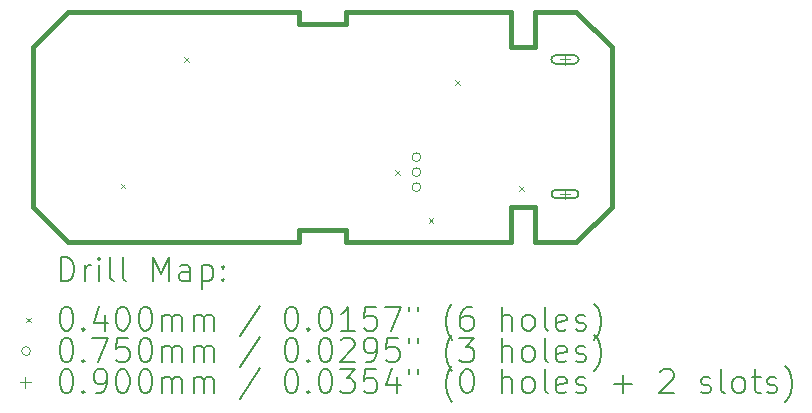
<source format=gbr>
%FSLAX45Y45*%
G04 Gerber Fmt 4.5, Leading zero omitted, Abs format (unit mm)*
G04 Created by KiCad (PCBNEW 6.0.1-79c1e3a40b~116~ubuntu20.04.1) date 2022-01-19 17:35:38*
%MOMM*%
%LPD*%
G01*
G04 APERTURE LIST*
%TA.AperFunction,Profile*%
%ADD10C,0.400000*%
%TD*%
%ADD11C,0.200000*%
%ADD12C,0.040000*%
%ADD13C,0.075000*%
%ADD14C,0.090000*%
G04 APERTURE END LIST*
D10*
X14150000Y-6925000D02*
X14150000Y-7225000D01*
X9900000Y-7225000D02*
X10200000Y-6925000D01*
X13950000Y-8575000D02*
X13950000Y-8875000D01*
X13950000Y-8575000D02*
X14150000Y-8575000D01*
X12550000Y-6925000D02*
X12550000Y-7030000D01*
X12550000Y-8770000D02*
X12150000Y-8770000D01*
X9900000Y-8575000D02*
X10200000Y-8875000D01*
X14500000Y-6925000D02*
X14800000Y-7225000D01*
X12550000Y-8875000D02*
X12550000Y-8770000D01*
X10200000Y-6925000D02*
X12150000Y-6925000D01*
X12550000Y-6925000D02*
X13950000Y-6925000D01*
X14150000Y-6925000D02*
X14500000Y-6925000D01*
X13950000Y-7225000D02*
X14150000Y-7225000D01*
X12150000Y-8875000D02*
X12150000Y-8770000D01*
X10200000Y-8875000D02*
X12150000Y-8875000D01*
X14150000Y-8575000D02*
X14150000Y-8875000D01*
X14800000Y-7225000D02*
X14800000Y-8575000D01*
X14500000Y-8875000D02*
X14800000Y-8575000D01*
X12550000Y-8875000D02*
X13950000Y-8875000D01*
X9900000Y-7225000D02*
X9900000Y-8575000D01*
X14150000Y-8875000D02*
X14500000Y-8875000D01*
X12150000Y-6925000D02*
X12150000Y-7030000D01*
X13950000Y-6925000D02*
X13950000Y-7225000D01*
X12150000Y-7030000D02*
X12550000Y-7030000D01*
D11*
D12*
X10642000Y-8381000D02*
X10682000Y-8421000D01*
X10682000Y-8381000D02*
X10642000Y-8421000D01*
X11178000Y-7310000D02*
X11218000Y-7350000D01*
X11218000Y-7310000D02*
X11178000Y-7350000D01*
X12970000Y-8264000D02*
X13010000Y-8304000D01*
X13010000Y-8264000D02*
X12970000Y-8304000D01*
X13250000Y-8671000D02*
X13290000Y-8711000D01*
X13290000Y-8671000D02*
X13250000Y-8711000D01*
X13475000Y-7502000D02*
X13515000Y-7542000D01*
X13515000Y-7502000D02*
X13475000Y-7542000D01*
X14016000Y-8404000D02*
X14056000Y-8444000D01*
X14056000Y-8404000D02*
X14016000Y-8444000D01*
D13*
X13184500Y-8157000D02*
G75*
G03*
X13184500Y-8157000I-37500J0D01*
G01*
X13184500Y-8284000D02*
G75*
G03*
X13184500Y-8284000I-37500J0D01*
G01*
X13184500Y-8411000D02*
G75*
G03*
X13184500Y-8411000I-37500J0D01*
G01*
D14*
X14405000Y-7284850D02*
X14405000Y-7374850D01*
X14360000Y-7329850D02*
X14450000Y-7329850D01*
D11*
X14325000Y-7364850D02*
X14485000Y-7364850D01*
X14325000Y-7294850D02*
X14485000Y-7294850D01*
X14485000Y-7364850D02*
G75*
G03*
X14485000Y-7294850I0J35000D01*
G01*
X14325000Y-7294850D02*
G75*
G03*
X14325000Y-7364850I0J-35000D01*
G01*
D14*
X14405000Y-8424850D02*
X14405000Y-8514850D01*
X14360000Y-8469850D02*
X14450000Y-8469850D01*
D11*
X14325000Y-8504850D02*
X14485000Y-8504850D01*
X14325000Y-8434850D02*
X14485000Y-8434850D01*
X14485000Y-8504850D02*
G75*
G03*
X14485000Y-8434850I0J35000D01*
G01*
X14325000Y-8434850D02*
G75*
G03*
X14325000Y-8504850I0J-35000D01*
G01*
X10137619Y-9205476D02*
X10137619Y-9005476D01*
X10185238Y-9005476D01*
X10213810Y-9015000D01*
X10232857Y-9034048D01*
X10242381Y-9053095D01*
X10251905Y-9091190D01*
X10251905Y-9119762D01*
X10242381Y-9157857D01*
X10232857Y-9176905D01*
X10213810Y-9195952D01*
X10185238Y-9205476D01*
X10137619Y-9205476D01*
X10337619Y-9205476D02*
X10337619Y-9072143D01*
X10337619Y-9110238D02*
X10347143Y-9091190D01*
X10356667Y-9081667D01*
X10375714Y-9072143D01*
X10394762Y-9072143D01*
X10461429Y-9205476D02*
X10461429Y-9072143D01*
X10461429Y-9005476D02*
X10451905Y-9015000D01*
X10461429Y-9024524D01*
X10470952Y-9015000D01*
X10461429Y-9005476D01*
X10461429Y-9024524D01*
X10585238Y-9205476D02*
X10566190Y-9195952D01*
X10556667Y-9176905D01*
X10556667Y-9005476D01*
X10690000Y-9205476D02*
X10670952Y-9195952D01*
X10661429Y-9176905D01*
X10661429Y-9005476D01*
X10918571Y-9205476D02*
X10918571Y-9005476D01*
X10985238Y-9148333D01*
X11051905Y-9005476D01*
X11051905Y-9205476D01*
X11232857Y-9205476D02*
X11232857Y-9100714D01*
X11223333Y-9081667D01*
X11204286Y-9072143D01*
X11166190Y-9072143D01*
X11147143Y-9081667D01*
X11232857Y-9195952D02*
X11213809Y-9205476D01*
X11166190Y-9205476D01*
X11147143Y-9195952D01*
X11137619Y-9176905D01*
X11137619Y-9157857D01*
X11147143Y-9138810D01*
X11166190Y-9129286D01*
X11213809Y-9129286D01*
X11232857Y-9119762D01*
X11328095Y-9072143D02*
X11328095Y-9272143D01*
X11328095Y-9081667D02*
X11347143Y-9072143D01*
X11385238Y-9072143D01*
X11404286Y-9081667D01*
X11413809Y-9091190D01*
X11423333Y-9110238D01*
X11423333Y-9167381D01*
X11413809Y-9186429D01*
X11404286Y-9195952D01*
X11385238Y-9205476D01*
X11347143Y-9205476D01*
X11328095Y-9195952D01*
X11509048Y-9186429D02*
X11518571Y-9195952D01*
X11509048Y-9205476D01*
X11499524Y-9195952D01*
X11509048Y-9186429D01*
X11509048Y-9205476D01*
X11509048Y-9081667D02*
X11518571Y-9091190D01*
X11509048Y-9100714D01*
X11499524Y-9091190D01*
X11509048Y-9081667D01*
X11509048Y-9100714D01*
D12*
X9840000Y-9515000D02*
X9880000Y-9555000D01*
X9880000Y-9515000D02*
X9840000Y-9555000D01*
D11*
X10175714Y-9425476D02*
X10194762Y-9425476D01*
X10213810Y-9435000D01*
X10223333Y-9444524D01*
X10232857Y-9463571D01*
X10242381Y-9501667D01*
X10242381Y-9549286D01*
X10232857Y-9587381D01*
X10223333Y-9606429D01*
X10213810Y-9615952D01*
X10194762Y-9625476D01*
X10175714Y-9625476D01*
X10156667Y-9615952D01*
X10147143Y-9606429D01*
X10137619Y-9587381D01*
X10128095Y-9549286D01*
X10128095Y-9501667D01*
X10137619Y-9463571D01*
X10147143Y-9444524D01*
X10156667Y-9435000D01*
X10175714Y-9425476D01*
X10328095Y-9606429D02*
X10337619Y-9615952D01*
X10328095Y-9625476D01*
X10318571Y-9615952D01*
X10328095Y-9606429D01*
X10328095Y-9625476D01*
X10509048Y-9492143D02*
X10509048Y-9625476D01*
X10461429Y-9415952D02*
X10413810Y-9558810D01*
X10537619Y-9558810D01*
X10651905Y-9425476D02*
X10670952Y-9425476D01*
X10690000Y-9435000D01*
X10699524Y-9444524D01*
X10709048Y-9463571D01*
X10718571Y-9501667D01*
X10718571Y-9549286D01*
X10709048Y-9587381D01*
X10699524Y-9606429D01*
X10690000Y-9615952D01*
X10670952Y-9625476D01*
X10651905Y-9625476D01*
X10632857Y-9615952D01*
X10623333Y-9606429D01*
X10613810Y-9587381D01*
X10604286Y-9549286D01*
X10604286Y-9501667D01*
X10613810Y-9463571D01*
X10623333Y-9444524D01*
X10632857Y-9435000D01*
X10651905Y-9425476D01*
X10842381Y-9425476D02*
X10861429Y-9425476D01*
X10880476Y-9435000D01*
X10890000Y-9444524D01*
X10899524Y-9463571D01*
X10909048Y-9501667D01*
X10909048Y-9549286D01*
X10899524Y-9587381D01*
X10890000Y-9606429D01*
X10880476Y-9615952D01*
X10861429Y-9625476D01*
X10842381Y-9625476D01*
X10823333Y-9615952D01*
X10813810Y-9606429D01*
X10804286Y-9587381D01*
X10794762Y-9549286D01*
X10794762Y-9501667D01*
X10804286Y-9463571D01*
X10813810Y-9444524D01*
X10823333Y-9435000D01*
X10842381Y-9425476D01*
X10994762Y-9625476D02*
X10994762Y-9492143D01*
X10994762Y-9511190D02*
X11004286Y-9501667D01*
X11023333Y-9492143D01*
X11051905Y-9492143D01*
X11070952Y-9501667D01*
X11080476Y-9520714D01*
X11080476Y-9625476D01*
X11080476Y-9520714D02*
X11090000Y-9501667D01*
X11109048Y-9492143D01*
X11137619Y-9492143D01*
X11156667Y-9501667D01*
X11166190Y-9520714D01*
X11166190Y-9625476D01*
X11261428Y-9625476D02*
X11261428Y-9492143D01*
X11261428Y-9511190D02*
X11270952Y-9501667D01*
X11290000Y-9492143D01*
X11318571Y-9492143D01*
X11337619Y-9501667D01*
X11347143Y-9520714D01*
X11347143Y-9625476D01*
X11347143Y-9520714D02*
X11356667Y-9501667D01*
X11375714Y-9492143D01*
X11404286Y-9492143D01*
X11423333Y-9501667D01*
X11432857Y-9520714D01*
X11432857Y-9625476D01*
X11823333Y-9415952D02*
X11651905Y-9673095D01*
X12080476Y-9425476D02*
X12099524Y-9425476D01*
X12118571Y-9435000D01*
X12128095Y-9444524D01*
X12137619Y-9463571D01*
X12147143Y-9501667D01*
X12147143Y-9549286D01*
X12137619Y-9587381D01*
X12128095Y-9606429D01*
X12118571Y-9615952D01*
X12099524Y-9625476D01*
X12080476Y-9625476D01*
X12061428Y-9615952D01*
X12051905Y-9606429D01*
X12042381Y-9587381D01*
X12032857Y-9549286D01*
X12032857Y-9501667D01*
X12042381Y-9463571D01*
X12051905Y-9444524D01*
X12061428Y-9435000D01*
X12080476Y-9425476D01*
X12232857Y-9606429D02*
X12242381Y-9615952D01*
X12232857Y-9625476D01*
X12223333Y-9615952D01*
X12232857Y-9606429D01*
X12232857Y-9625476D01*
X12366190Y-9425476D02*
X12385238Y-9425476D01*
X12404286Y-9435000D01*
X12413809Y-9444524D01*
X12423333Y-9463571D01*
X12432857Y-9501667D01*
X12432857Y-9549286D01*
X12423333Y-9587381D01*
X12413809Y-9606429D01*
X12404286Y-9615952D01*
X12385238Y-9625476D01*
X12366190Y-9625476D01*
X12347143Y-9615952D01*
X12337619Y-9606429D01*
X12328095Y-9587381D01*
X12318571Y-9549286D01*
X12318571Y-9501667D01*
X12328095Y-9463571D01*
X12337619Y-9444524D01*
X12347143Y-9435000D01*
X12366190Y-9425476D01*
X12623333Y-9625476D02*
X12509048Y-9625476D01*
X12566190Y-9625476D02*
X12566190Y-9425476D01*
X12547143Y-9454048D01*
X12528095Y-9473095D01*
X12509048Y-9482619D01*
X12804286Y-9425476D02*
X12709048Y-9425476D01*
X12699524Y-9520714D01*
X12709048Y-9511190D01*
X12728095Y-9501667D01*
X12775714Y-9501667D01*
X12794762Y-9511190D01*
X12804286Y-9520714D01*
X12813809Y-9539762D01*
X12813809Y-9587381D01*
X12804286Y-9606429D01*
X12794762Y-9615952D01*
X12775714Y-9625476D01*
X12728095Y-9625476D01*
X12709048Y-9615952D01*
X12699524Y-9606429D01*
X12880476Y-9425476D02*
X13013809Y-9425476D01*
X12928095Y-9625476D01*
X13080476Y-9425476D02*
X13080476Y-9463571D01*
X13156667Y-9425476D02*
X13156667Y-9463571D01*
X13451905Y-9701667D02*
X13442381Y-9692143D01*
X13423333Y-9663571D01*
X13413809Y-9644524D01*
X13404286Y-9615952D01*
X13394762Y-9568333D01*
X13394762Y-9530238D01*
X13404286Y-9482619D01*
X13413809Y-9454048D01*
X13423333Y-9435000D01*
X13442381Y-9406429D01*
X13451905Y-9396905D01*
X13613809Y-9425476D02*
X13575714Y-9425476D01*
X13556667Y-9435000D01*
X13547143Y-9444524D01*
X13528095Y-9473095D01*
X13518571Y-9511190D01*
X13518571Y-9587381D01*
X13528095Y-9606429D01*
X13537619Y-9615952D01*
X13556667Y-9625476D01*
X13594762Y-9625476D01*
X13613809Y-9615952D01*
X13623333Y-9606429D01*
X13632857Y-9587381D01*
X13632857Y-9539762D01*
X13623333Y-9520714D01*
X13613809Y-9511190D01*
X13594762Y-9501667D01*
X13556667Y-9501667D01*
X13537619Y-9511190D01*
X13528095Y-9520714D01*
X13518571Y-9539762D01*
X13870952Y-9625476D02*
X13870952Y-9425476D01*
X13956667Y-9625476D02*
X13956667Y-9520714D01*
X13947143Y-9501667D01*
X13928095Y-9492143D01*
X13899524Y-9492143D01*
X13880476Y-9501667D01*
X13870952Y-9511190D01*
X14080476Y-9625476D02*
X14061428Y-9615952D01*
X14051905Y-9606429D01*
X14042381Y-9587381D01*
X14042381Y-9530238D01*
X14051905Y-9511190D01*
X14061428Y-9501667D01*
X14080476Y-9492143D01*
X14109048Y-9492143D01*
X14128095Y-9501667D01*
X14137619Y-9511190D01*
X14147143Y-9530238D01*
X14147143Y-9587381D01*
X14137619Y-9606429D01*
X14128095Y-9615952D01*
X14109048Y-9625476D01*
X14080476Y-9625476D01*
X14261428Y-9625476D02*
X14242381Y-9615952D01*
X14232857Y-9596905D01*
X14232857Y-9425476D01*
X14413809Y-9615952D02*
X14394762Y-9625476D01*
X14356667Y-9625476D01*
X14337619Y-9615952D01*
X14328095Y-9596905D01*
X14328095Y-9520714D01*
X14337619Y-9501667D01*
X14356667Y-9492143D01*
X14394762Y-9492143D01*
X14413809Y-9501667D01*
X14423333Y-9520714D01*
X14423333Y-9539762D01*
X14328095Y-9558810D01*
X14499524Y-9615952D02*
X14518571Y-9625476D01*
X14556667Y-9625476D01*
X14575714Y-9615952D01*
X14585238Y-9596905D01*
X14585238Y-9587381D01*
X14575714Y-9568333D01*
X14556667Y-9558810D01*
X14528095Y-9558810D01*
X14509048Y-9549286D01*
X14499524Y-9530238D01*
X14499524Y-9520714D01*
X14509048Y-9501667D01*
X14528095Y-9492143D01*
X14556667Y-9492143D01*
X14575714Y-9501667D01*
X14651905Y-9701667D02*
X14661428Y-9692143D01*
X14680476Y-9663571D01*
X14690000Y-9644524D01*
X14699524Y-9615952D01*
X14709048Y-9568333D01*
X14709048Y-9530238D01*
X14699524Y-9482619D01*
X14690000Y-9454048D01*
X14680476Y-9435000D01*
X14661428Y-9406429D01*
X14651905Y-9396905D01*
D13*
X9880000Y-9799000D02*
G75*
G03*
X9880000Y-9799000I-37500J0D01*
G01*
D11*
X10175714Y-9689476D02*
X10194762Y-9689476D01*
X10213810Y-9699000D01*
X10223333Y-9708524D01*
X10232857Y-9727571D01*
X10242381Y-9765667D01*
X10242381Y-9813286D01*
X10232857Y-9851381D01*
X10223333Y-9870429D01*
X10213810Y-9879952D01*
X10194762Y-9889476D01*
X10175714Y-9889476D01*
X10156667Y-9879952D01*
X10147143Y-9870429D01*
X10137619Y-9851381D01*
X10128095Y-9813286D01*
X10128095Y-9765667D01*
X10137619Y-9727571D01*
X10147143Y-9708524D01*
X10156667Y-9699000D01*
X10175714Y-9689476D01*
X10328095Y-9870429D02*
X10337619Y-9879952D01*
X10328095Y-9889476D01*
X10318571Y-9879952D01*
X10328095Y-9870429D01*
X10328095Y-9889476D01*
X10404286Y-9689476D02*
X10537619Y-9689476D01*
X10451905Y-9889476D01*
X10709048Y-9689476D02*
X10613810Y-9689476D01*
X10604286Y-9784714D01*
X10613810Y-9775190D01*
X10632857Y-9765667D01*
X10680476Y-9765667D01*
X10699524Y-9775190D01*
X10709048Y-9784714D01*
X10718571Y-9803762D01*
X10718571Y-9851381D01*
X10709048Y-9870429D01*
X10699524Y-9879952D01*
X10680476Y-9889476D01*
X10632857Y-9889476D01*
X10613810Y-9879952D01*
X10604286Y-9870429D01*
X10842381Y-9689476D02*
X10861429Y-9689476D01*
X10880476Y-9699000D01*
X10890000Y-9708524D01*
X10899524Y-9727571D01*
X10909048Y-9765667D01*
X10909048Y-9813286D01*
X10899524Y-9851381D01*
X10890000Y-9870429D01*
X10880476Y-9879952D01*
X10861429Y-9889476D01*
X10842381Y-9889476D01*
X10823333Y-9879952D01*
X10813810Y-9870429D01*
X10804286Y-9851381D01*
X10794762Y-9813286D01*
X10794762Y-9765667D01*
X10804286Y-9727571D01*
X10813810Y-9708524D01*
X10823333Y-9699000D01*
X10842381Y-9689476D01*
X10994762Y-9889476D02*
X10994762Y-9756143D01*
X10994762Y-9775190D02*
X11004286Y-9765667D01*
X11023333Y-9756143D01*
X11051905Y-9756143D01*
X11070952Y-9765667D01*
X11080476Y-9784714D01*
X11080476Y-9889476D01*
X11080476Y-9784714D02*
X11090000Y-9765667D01*
X11109048Y-9756143D01*
X11137619Y-9756143D01*
X11156667Y-9765667D01*
X11166190Y-9784714D01*
X11166190Y-9889476D01*
X11261428Y-9889476D02*
X11261428Y-9756143D01*
X11261428Y-9775190D02*
X11270952Y-9765667D01*
X11290000Y-9756143D01*
X11318571Y-9756143D01*
X11337619Y-9765667D01*
X11347143Y-9784714D01*
X11347143Y-9889476D01*
X11347143Y-9784714D02*
X11356667Y-9765667D01*
X11375714Y-9756143D01*
X11404286Y-9756143D01*
X11423333Y-9765667D01*
X11432857Y-9784714D01*
X11432857Y-9889476D01*
X11823333Y-9679952D02*
X11651905Y-9937095D01*
X12080476Y-9689476D02*
X12099524Y-9689476D01*
X12118571Y-9699000D01*
X12128095Y-9708524D01*
X12137619Y-9727571D01*
X12147143Y-9765667D01*
X12147143Y-9813286D01*
X12137619Y-9851381D01*
X12128095Y-9870429D01*
X12118571Y-9879952D01*
X12099524Y-9889476D01*
X12080476Y-9889476D01*
X12061428Y-9879952D01*
X12051905Y-9870429D01*
X12042381Y-9851381D01*
X12032857Y-9813286D01*
X12032857Y-9765667D01*
X12042381Y-9727571D01*
X12051905Y-9708524D01*
X12061428Y-9699000D01*
X12080476Y-9689476D01*
X12232857Y-9870429D02*
X12242381Y-9879952D01*
X12232857Y-9889476D01*
X12223333Y-9879952D01*
X12232857Y-9870429D01*
X12232857Y-9889476D01*
X12366190Y-9689476D02*
X12385238Y-9689476D01*
X12404286Y-9699000D01*
X12413809Y-9708524D01*
X12423333Y-9727571D01*
X12432857Y-9765667D01*
X12432857Y-9813286D01*
X12423333Y-9851381D01*
X12413809Y-9870429D01*
X12404286Y-9879952D01*
X12385238Y-9889476D01*
X12366190Y-9889476D01*
X12347143Y-9879952D01*
X12337619Y-9870429D01*
X12328095Y-9851381D01*
X12318571Y-9813286D01*
X12318571Y-9765667D01*
X12328095Y-9727571D01*
X12337619Y-9708524D01*
X12347143Y-9699000D01*
X12366190Y-9689476D01*
X12509048Y-9708524D02*
X12518571Y-9699000D01*
X12537619Y-9689476D01*
X12585238Y-9689476D01*
X12604286Y-9699000D01*
X12613809Y-9708524D01*
X12623333Y-9727571D01*
X12623333Y-9746619D01*
X12613809Y-9775190D01*
X12499524Y-9889476D01*
X12623333Y-9889476D01*
X12718571Y-9889476D02*
X12756667Y-9889476D01*
X12775714Y-9879952D01*
X12785238Y-9870429D01*
X12804286Y-9841857D01*
X12813809Y-9803762D01*
X12813809Y-9727571D01*
X12804286Y-9708524D01*
X12794762Y-9699000D01*
X12775714Y-9689476D01*
X12737619Y-9689476D01*
X12718571Y-9699000D01*
X12709048Y-9708524D01*
X12699524Y-9727571D01*
X12699524Y-9775190D01*
X12709048Y-9794238D01*
X12718571Y-9803762D01*
X12737619Y-9813286D01*
X12775714Y-9813286D01*
X12794762Y-9803762D01*
X12804286Y-9794238D01*
X12813809Y-9775190D01*
X12994762Y-9689476D02*
X12899524Y-9689476D01*
X12890000Y-9784714D01*
X12899524Y-9775190D01*
X12918571Y-9765667D01*
X12966190Y-9765667D01*
X12985238Y-9775190D01*
X12994762Y-9784714D01*
X13004286Y-9803762D01*
X13004286Y-9851381D01*
X12994762Y-9870429D01*
X12985238Y-9879952D01*
X12966190Y-9889476D01*
X12918571Y-9889476D01*
X12899524Y-9879952D01*
X12890000Y-9870429D01*
X13080476Y-9689476D02*
X13080476Y-9727571D01*
X13156667Y-9689476D02*
X13156667Y-9727571D01*
X13451905Y-9965667D02*
X13442381Y-9956143D01*
X13423333Y-9927571D01*
X13413809Y-9908524D01*
X13404286Y-9879952D01*
X13394762Y-9832333D01*
X13394762Y-9794238D01*
X13404286Y-9746619D01*
X13413809Y-9718048D01*
X13423333Y-9699000D01*
X13442381Y-9670429D01*
X13451905Y-9660905D01*
X13509048Y-9689476D02*
X13632857Y-9689476D01*
X13566190Y-9765667D01*
X13594762Y-9765667D01*
X13613809Y-9775190D01*
X13623333Y-9784714D01*
X13632857Y-9803762D01*
X13632857Y-9851381D01*
X13623333Y-9870429D01*
X13613809Y-9879952D01*
X13594762Y-9889476D01*
X13537619Y-9889476D01*
X13518571Y-9879952D01*
X13509048Y-9870429D01*
X13870952Y-9889476D02*
X13870952Y-9689476D01*
X13956667Y-9889476D02*
X13956667Y-9784714D01*
X13947143Y-9765667D01*
X13928095Y-9756143D01*
X13899524Y-9756143D01*
X13880476Y-9765667D01*
X13870952Y-9775190D01*
X14080476Y-9889476D02*
X14061428Y-9879952D01*
X14051905Y-9870429D01*
X14042381Y-9851381D01*
X14042381Y-9794238D01*
X14051905Y-9775190D01*
X14061428Y-9765667D01*
X14080476Y-9756143D01*
X14109048Y-9756143D01*
X14128095Y-9765667D01*
X14137619Y-9775190D01*
X14147143Y-9794238D01*
X14147143Y-9851381D01*
X14137619Y-9870429D01*
X14128095Y-9879952D01*
X14109048Y-9889476D01*
X14080476Y-9889476D01*
X14261428Y-9889476D02*
X14242381Y-9879952D01*
X14232857Y-9860905D01*
X14232857Y-9689476D01*
X14413809Y-9879952D02*
X14394762Y-9889476D01*
X14356667Y-9889476D01*
X14337619Y-9879952D01*
X14328095Y-9860905D01*
X14328095Y-9784714D01*
X14337619Y-9765667D01*
X14356667Y-9756143D01*
X14394762Y-9756143D01*
X14413809Y-9765667D01*
X14423333Y-9784714D01*
X14423333Y-9803762D01*
X14328095Y-9822810D01*
X14499524Y-9879952D02*
X14518571Y-9889476D01*
X14556667Y-9889476D01*
X14575714Y-9879952D01*
X14585238Y-9860905D01*
X14585238Y-9851381D01*
X14575714Y-9832333D01*
X14556667Y-9822810D01*
X14528095Y-9822810D01*
X14509048Y-9813286D01*
X14499524Y-9794238D01*
X14499524Y-9784714D01*
X14509048Y-9765667D01*
X14528095Y-9756143D01*
X14556667Y-9756143D01*
X14575714Y-9765667D01*
X14651905Y-9965667D02*
X14661428Y-9956143D01*
X14680476Y-9927571D01*
X14690000Y-9908524D01*
X14699524Y-9879952D01*
X14709048Y-9832333D01*
X14709048Y-9794238D01*
X14699524Y-9746619D01*
X14690000Y-9718048D01*
X14680476Y-9699000D01*
X14661428Y-9670429D01*
X14651905Y-9660905D01*
D14*
X9835000Y-10018000D02*
X9835000Y-10108000D01*
X9790000Y-10063000D02*
X9880000Y-10063000D01*
D11*
X10175714Y-9953476D02*
X10194762Y-9953476D01*
X10213810Y-9963000D01*
X10223333Y-9972524D01*
X10232857Y-9991571D01*
X10242381Y-10029667D01*
X10242381Y-10077286D01*
X10232857Y-10115381D01*
X10223333Y-10134429D01*
X10213810Y-10143952D01*
X10194762Y-10153476D01*
X10175714Y-10153476D01*
X10156667Y-10143952D01*
X10147143Y-10134429D01*
X10137619Y-10115381D01*
X10128095Y-10077286D01*
X10128095Y-10029667D01*
X10137619Y-9991571D01*
X10147143Y-9972524D01*
X10156667Y-9963000D01*
X10175714Y-9953476D01*
X10328095Y-10134429D02*
X10337619Y-10143952D01*
X10328095Y-10153476D01*
X10318571Y-10143952D01*
X10328095Y-10134429D01*
X10328095Y-10153476D01*
X10432857Y-10153476D02*
X10470952Y-10153476D01*
X10490000Y-10143952D01*
X10499524Y-10134429D01*
X10518571Y-10105857D01*
X10528095Y-10067762D01*
X10528095Y-9991571D01*
X10518571Y-9972524D01*
X10509048Y-9963000D01*
X10490000Y-9953476D01*
X10451905Y-9953476D01*
X10432857Y-9963000D01*
X10423333Y-9972524D01*
X10413810Y-9991571D01*
X10413810Y-10039190D01*
X10423333Y-10058238D01*
X10432857Y-10067762D01*
X10451905Y-10077286D01*
X10490000Y-10077286D01*
X10509048Y-10067762D01*
X10518571Y-10058238D01*
X10528095Y-10039190D01*
X10651905Y-9953476D02*
X10670952Y-9953476D01*
X10690000Y-9963000D01*
X10699524Y-9972524D01*
X10709048Y-9991571D01*
X10718571Y-10029667D01*
X10718571Y-10077286D01*
X10709048Y-10115381D01*
X10699524Y-10134429D01*
X10690000Y-10143952D01*
X10670952Y-10153476D01*
X10651905Y-10153476D01*
X10632857Y-10143952D01*
X10623333Y-10134429D01*
X10613810Y-10115381D01*
X10604286Y-10077286D01*
X10604286Y-10029667D01*
X10613810Y-9991571D01*
X10623333Y-9972524D01*
X10632857Y-9963000D01*
X10651905Y-9953476D01*
X10842381Y-9953476D02*
X10861429Y-9953476D01*
X10880476Y-9963000D01*
X10890000Y-9972524D01*
X10899524Y-9991571D01*
X10909048Y-10029667D01*
X10909048Y-10077286D01*
X10899524Y-10115381D01*
X10890000Y-10134429D01*
X10880476Y-10143952D01*
X10861429Y-10153476D01*
X10842381Y-10153476D01*
X10823333Y-10143952D01*
X10813810Y-10134429D01*
X10804286Y-10115381D01*
X10794762Y-10077286D01*
X10794762Y-10029667D01*
X10804286Y-9991571D01*
X10813810Y-9972524D01*
X10823333Y-9963000D01*
X10842381Y-9953476D01*
X10994762Y-10153476D02*
X10994762Y-10020143D01*
X10994762Y-10039190D02*
X11004286Y-10029667D01*
X11023333Y-10020143D01*
X11051905Y-10020143D01*
X11070952Y-10029667D01*
X11080476Y-10048714D01*
X11080476Y-10153476D01*
X11080476Y-10048714D02*
X11090000Y-10029667D01*
X11109048Y-10020143D01*
X11137619Y-10020143D01*
X11156667Y-10029667D01*
X11166190Y-10048714D01*
X11166190Y-10153476D01*
X11261428Y-10153476D02*
X11261428Y-10020143D01*
X11261428Y-10039190D02*
X11270952Y-10029667D01*
X11290000Y-10020143D01*
X11318571Y-10020143D01*
X11337619Y-10029667D01*
X11347143Y-10048714D01*
X11347143Y-10153476D01*
X11347143Y-10048714D02*
X11356667Y-10029667D01*
X11375714Y-10020143D01*
X11404286Y-10020143D01*
X11423333Y-10029667D01*
X11432857Y-10048714D01*
X11432857Y-10153476D01*
X11823333Y-9943952D02*
X11651905Y-10201095D01*
X12080476Y-9953476D02*
X12099524Y-9953476D01*
X12118571Y-9963000D01*
X12128095Y-9972524D01*
X12137619Y-9991571D01*
X12147143Y-10029667D01*
X12147143Y-10077286D01*
X12137619Y-10115381D01*
X12128095Y-10134429D01*
X12118571Y-10143952D01*
X12099524Y-10153476D01*
X12080476Y-10153476D01*
X12061428Y-10143952D01*
X12051905Y-10134429D01*
X12042381Y-10115381D01*
X12032857Y-10077286D01*
X12032857Y-10029667D01*
X12042381Y-9991571D01*
X12051905Y-9972524D01*
X12061428Y-9963000D01*
X12080476Y-9953476D01*
X12232857Y-10134429D02*
X12242381Y-10143952D01*
X12232857Y-10153476D01*
X12223333Y-10143952D01*
X12232857Y-10134429D01*
X12232857Y-10153476D01*
X12366190Y-9953476D02*
X12385238Y-9953476D01*
X12404286Y-9963000D01*
X12413809Y-9972524D01*
X12423333Y-9991571D01*
X12432857Y-10029667D01*
X12432857Y-10077286D01*
X12423333Y-10115381D01*
X12413809Y-10134429D01*
X12404286Y-10143952D01*
X12385238Y-10153476D01*
X12366190Y-10153476D01*
X12347143Y-10143952D01*
X12337619Y-10134429D01*
X12328095Y-10115381D01*
X12318571Y-10077286D01*
X12318571Y-10029667D01*
X12328095Y-9991571D01*
X12337619Y-9972524D01*
X12347143Y-9963000D01*
X12366190Y-9953476D01*
X12499524Y-9953476D02*
X12623333Y-9953476D01*
X12556667Y-10029667D01*
X12585238Y-10029667D01*
X12604286Y-10039190D01*
X12613809Y-10048714D01*
X12623333Y-10067762D01*
X12623333Y-10115381D01*
X12613809Y-10134429D01*
X12604286Y-10143952D01*
X12585238Y-10153476D01*
X12528095Y-10153476D01*
X12509048Y-10143952D01*
X12499524Y-10134429D01*
X12804286Y-9953476D02*
X12709048Y-9953476D01*
X12699524Y-10048714D01*
X12709048Y-10039190D01*
X12728095Y-10029667D01*
X12775714Y-10029667D01*
X12794762Y-10039190D01*
X12804286Y-10048714D01*
X12813809Y-10067762D01*
X12813809Y-10115381D01*
X12804286Y-10134429D01*
X12794762Y-10143952D01*
X12775714Y-10153476D01*
X12728095Y-10153476D01*
X12709048Y-10143952D01*
X12699524Y-10134429D01*
X12985238Y-10020143D02*
X12985238Y-10153476D01*
X12937619Y-9943952D02*
X12890000Y-10086810D01*
X13013809Y-10086810D01*
X13080476Y-9953476D02*
X13080476Y-9991571D01*
X13156667Y-9953476D02*
X13156667Y-9991571D01*
X13451905Y-10229667D02*
X13442381Y-10220143D01*
X13423333Y-10191571D01*
X13413809Y-10172524D01*
X13404286Y-10143952D01*
X13394762Y-10096333D01*
X13394762Y-10058238D01*
X13404286Y-10010619D01*
X13413809Y-9982048D01*
X13423333Y-9963000D01*
X13442381Y-9934429D01*
X13451905Y-9924905D01*
X13566190Y-9953476D02*
X13585238Y-9953476D01*
X13604286Y-9963000D01*
X13613809Y-9972524D01*
X13623333Y-9991571D01*
X13632857Y-10029667D01*
X13632857Y-10077286D01*
X13623333Y-10115381D01*
X13613809Y-10134429D01*
X13604286Y-10143952D01*
X13585238Y-10153476D01*
X13566190Y-10153476D01*
X13547143Y-10143952D01*
X13537619Y-10134429D01*
X13528095Y-10115381D01*
X13518571Y-10077286D01*
X13518571Y-10029667D01*
X13528095Y-9991571D01*
X13537619Y-9972524D01*
X13547143Y-9963000D01*
X13566190Y-9953476D01*
X13870952Y-10153476D02*
X13870952Y-9953476D01*
X13956667Y-10153476D02*
X13956667Y-10048714D01*
X13947143Y-10029667D01*
X13928095Y-10020143D01*
X13899524Y-10020143D01*
X13880476Y-10029667D01*
X13870952Y-10039190D01*
X14080476Y-10153476D02*
X14061428Y-10143952D01*
X14051905Y-10134429D01*
X14042381Y-10115381D01*
X14042381Y-10058238D01*
X14051905Y-10039190D01*
X14061428Y-10029667D01*
X14080476Y-10020143D01*
X14109048Y-10020143D01*
X14128095Y-10029667D01*
X14137619Y-10039190D01*
X14147143Y-10058238D01*
X14147143Y-10115381D01*
X14137619Y-10134429D01*
X14128095Y-10143952D01*
X14109048Y-10153476D01*
X14080476Y-10153476D01*
X14261428Y-10153476D02*
X14242381Y-10143952D01*
X14232857Y-10124905D01*
X14232857Y-9953476D01*
X14413809Y-10143952D02*
X14394762Y-10153476D01*
X14356667Y-10153476D01*
X14337619Y-10143952D01*
X14328095Y-10124905D01*
X14328095Y-10048714D01*
X14337619Y-10029667D01*
X14356667Y-10020143D01*
X14394762Y-10020143D01*
X14413809Y-10029667D01*
X14423333Y-10048714D01*
X14423333Y-10067762D01*
X14328095Y-10086810D01*
X14499524Y-10143952D02*
X14518571Y-10153476D01*
X14556667Y-10153476D01*
X14575714Y-10143952D01*
X14585238Y-10124905D01*
X14585238Y-10115381D01*
X14575714Y-10096333D01*
X14556667Y-10086810D01*
X14528095Y-10086810D01*
X14509048Y-10077286D01*
X14499524Y-10058238D01*
X14499524Y-10048714D01*
X14509048Y-10029667D01*
X14528095Y-10020143D01*
X14556667Y-10020143D01*
X14575714Y-10029667D01*
X14823333Y-10077286D02*
X14975714Y-10077286D01*
X14899524Y-10153476D02*
X14899524Y-10001095D01*
X15213809Y-9972524D02*
X15223333Y-9963000D01*
X15242381Y-9953476D01*
X15290000Y-9953476D01*
X15309048Y-9963000D01*
X15318571Y-9972524D01*
X15328095Y-9991571D01*
X15328095Y-10010619D01*
X15318571Y-10039190D01*
X15204286Y-10153476D01*
X15328095Y-10153476D01*
X15556667Y-10143952D02*
X15575714Y-10153476D01*
X15613809Y-10153476D01*
X15632857Y-10143952D01*
X15642381Y-10124905D01*
X15642381Y-10115381D01*
X15632857Y-10096333D01*
X15613809Y-10086810D01*
X15585238Y-10086810D01*
X15566190Y-10077286D01*
X15556667Y-10058238D01*
X15556667Y-10048714D01*
X15566190Y-10029667D01*
X15585238Y-10020143D01*
X15613809Y-10020143D01*
X15632857Y-10029667D01*
X15756667Y-10153476D02*
X15737619Y-10143952D01*
X15728095Y-10124905D01*
X15728095Y-9953476D01*
X15861428Y-10153476D02*
X15842381Y-10143952D01*
X15832857Y-10134429D01*
X15823333Y-10115381D01*
X15823333Y-10058238D01*
X15832857Y-10039190D01*
X15842381Y-10029667D01*
X15861428Y-10020143D01*
X15890000Y-10020143D01*
X15909048Y-10029667D01*
X15918571Y-10039190D01*
X15928095Y-10058238D01*
X15928095Y-10115381D01*
X15918571Y-10134429D01*
X15909048Y-10143952D01*
X15890000Y-10153476D01*
X15861428Y-10153476D01*
X15985238Y-10020143D02*
X16061428Y-10020143D01*
X16013809Y-9953476D02*
X16013809Y-10124905D01*
X16023333Y-10143952D01*
X16042381Y-10153476D01*
X16061428Y-10153476D01*
X16118571Y-10143952D02*
X16137619Y-10153476D01*
X16175714Y-10153476D01*
X16194762Y-10143952D01*
X16204286Y-10124905D01*
X16204286Y-10115381D01*
X16194762Y-10096333D01*
X16175714Y-10086810D01*
X16147143Y-10086810D01*
X16128095Y-10077286D01*
X16118571Y-10058238D01*
X16118571Y-10048714D01*
X16128095Y-10029667D01*
X16147143Y-10020143D01*
X16175714Y-10020143D01*
X16194762Y-10029667D01*
X16270952Y-10229667D02*
X16280476Y-10220143D01*
X16299524Y-10191571D01*
X16309048Y-10172524D01*
X16318571Y-10143952D01*
X16328095Y-10096333D01*
X16328095Y-10058238D01*
X16318571Y-10010619D01*
X16309048Y-9982048D01*
X16299524Y-9963000D01*
X16280476Y-9934429D01*
X16270952Y-9924905D01*
M02*

</source>
